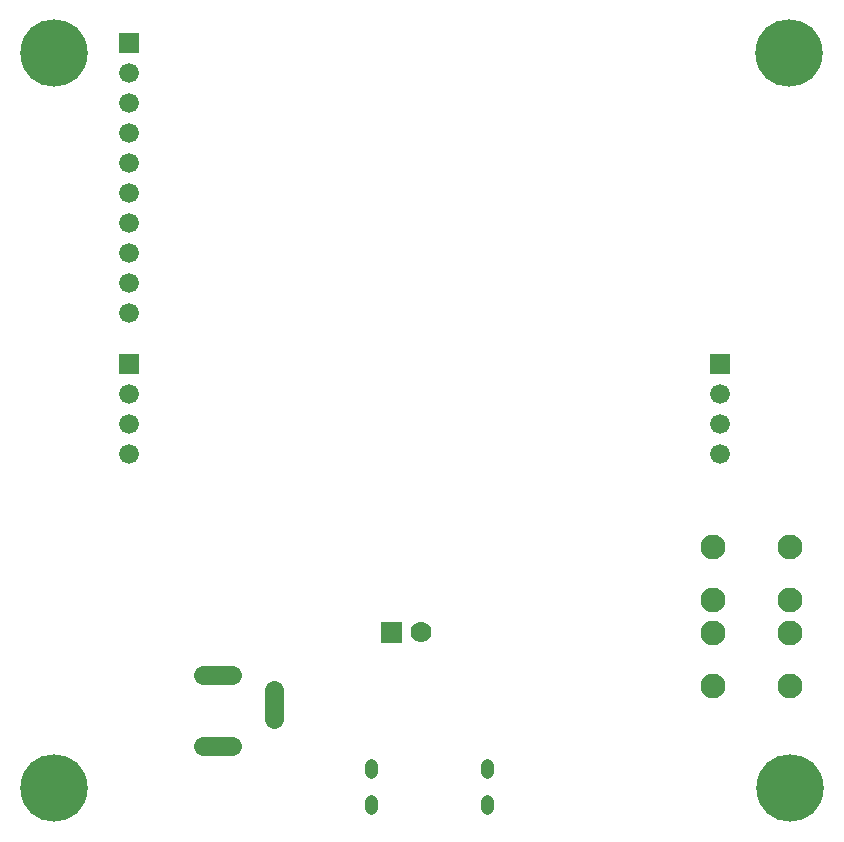
<source format=gbs>
G04 Layer: BottomSolderMaskLayer*
G04 EasyEDA v6.4.19.4, 2021-06-08T16:32:54+08:00*
G04 a09ed18009a84ab5a87bbd9c58a990bc,2444bf6f38dc4a26b464d521983d9d6f,10*
G04 Gerber Generator version 0.2*
G04 Scale: 100 percent, Rotated: No, Reflected: No *
G04 Dimensions in millimeters *
G04 leading zeros omitted , absolute positions ,4 integer and 5 decimal *
%FSLAX45Y45*%
%MOMM*%

%ADD48C,1.1016*%
%ADD49C,1.6016*%
%ADD50C,0.8032*%
%ADD62C,1.6764*%
%ADD63C,5.7032*%
%ADD64C,2.1016*%
%ADD68C,1.7780*%

%LPD*%
D48*
X2318308Y-3547793D02*
G01*
X2318308Y-3607793D01*
X1339316Y-3547793D02*
G01*
X1339316Y-3607793D01*
X2318308Y-3247793D02*
G01*
X2318308Y-3307793D01*
X1339316Y-3247793D02*
G01*
X1339316Y-3307793D01*
D49*
X164396Y-3081299D02*
G01*
X-85603Y-3081299D01*
X164396Y-2481300D02*
G01*
X-85603Y-2481300D01*
X519404Y-2606286D02*
G01*
X519404Y-2856288D01*
G36*
X4208779Y68579D02*
G01*
X4208779Y236220D01*
X4376420Y236220D01*
X4376420Y68579D01*
G37*
D62*
G01*
X4292600Y-101600D03*
G01*
X4292600Y-355600D03*
G01*
X4292600Y-609600D03*
G36*
X-795020Y68579D02*
G01*
X-795020Y236220D01*
X-627379Y236220D01*
X-627379Y68579D01*
G37*
G01*
X-711200Y-101600D03*
G01*
X-711200Y-355600D03*
G01*
X-711200Y-609600D03*
G01*
X-711200Y584200D03*
G01*
X-711200Y838200D03*
G01*
X-711200Y1092200D03*
G01*
X-711200Y1346200D03*
G01*
X-711200Y1600200D03*
G01*
X-711200Y1854200D03*
G01*
X-711200Y2108200D03*
G01*
X-711200Y2362200D03*
G01*
X-711200Y2616200D03*
G36*
X-795020Y2786379D02*
G01*
X-795020Y2954020D01*
X-627379Y2954020D01*
X-627379Y2786379D01*
G37*
D63*
G01*
X-1346200Y-3441700D03*
D50*
G01*
X-1346200Y-3229203D03*
G01*
X-1346200Y-3654196D03*
G01*
X-1133703Y-3441700D03*
G01*
X-1558696Y-3441700D03*
G01*
X-1196187Y-3291712D03*
G01*
X-1496187Y-3591712D03*
G01*
X-1196187Y-3591712D03*
G01*
X-1496187Y-3291712D03*
D63*
G01*
X-1346200Y2781300D03*
D50*
G01*
X-1346200Y2993796D03*
G01*
X-1346200Y2568803D03*
G01*
X-1133703Y2781300D03*
G01*
X-1558696Y2781300D03*
G01*
X-1196187Y2931287D03*
G01*
X-1496187Y2631287D03*
G01*
X-1196187Y2631287D03*
G01*
X-1496187Y2931287D03*
D63*
G01*
X4876800Y2781300D03*
D50*
G01*
X4876800Y2993796D03*
G01*
X4876800Y2568803D03*
G01*
X5089296Y2781300D03*
G01*
X4664303Y2781300D03*
G01*
X5026812Y2931287D03*
G01*
X4726813Y2631287D03*
G01*
X5026812Y2631287D03*
G01*
X4726813Y2931287D03*
D63*
G01*
X4889500Y-3441700D03*
D50*
G01*
X4889500Y-3229203D03*
G01*
X4889500Y-3654196D03*
G01*
X5101996Y-3441700D03*
G01*
X4677003Y-3441700D03*
G01*
X5039512Y-3291712D03*
G01*
X4739513Y-3591712D03*
G01*
X5039512Y-3591712D03*
G01*
X4739513Y-3291712D03*
D64*
G01*
X4234306Y-1400606D03*
G01*
X4884293Y-1400606D03*
G01*
X4884293Y-1850593D03*
G01*
X4234306Y-1850593D03*
G01*
X4884293Y-2574493D03*
G01*
X4234306Y-2574493D03*
G01*
X4234306Y-2124506D03*
G01*
X4884293Y-2124506D03*
G36*
X1422400Y-2209800D02*
G01*
X1422400Y-2032000D01*
X1600200Y-2032000D01*
X1600200Y-2209800D01*
G37*
D68*
G01*
X1765300Y-2120900D03*
M02*

</source>
